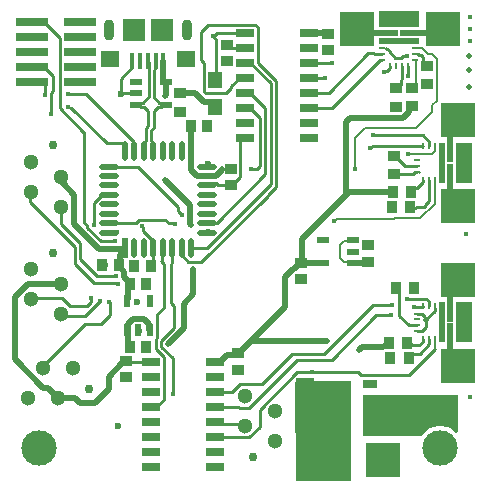
<source format=gbr>
%TF.GenerationSoftware,Altium Limited,Altium Designer,22.10.1 (41)*%
G04 Layer_Physical_Order=1*
G04 Layer_Color=255*
%FSLAX45Y45*%
%MOMM*%
%TF.SameCoordinates,8809E69D-4E27-4A4C-B9B4-EFB0CAEE90D1*%
%TF.FilePolarity,Positive*%
%TF.FileFunction,Copper,L1,Top,Signal*%
%TF.Part,Single*%
G01*
G75*
%TA.AperFunction,Conductor*%
%ADD10C,0.25400*%
%TA.AperFunction,ConnectorPad*%
%ADD11R,2.79000X0.74000*%
%TA.AperFunction,SMDPad,CuDef*%
%ADD12R,1.00000X0.88900*%
%ADD13R,1.27000X1.39700*%
%ADD14R,1.15000X0.70000*%
%ADD15R,1.00000X0.70000*%
%ADD16R,1.50000X4.70000*%
%ADD17R,3.10000X4.20000*%
%ADD18R,0.81000X0.99000*%
%TA.AperFunction,SMDPad,SMDef*%
%ADD19R,1.67500X0.50000*%
%ADD20R,0.60000X0.25000*%
%ADD21R,0.25000X0.60000*%
%ADD22R,3.50000X1.40000*%
%ADD23R,3.50000X0.50000*%
%ADD24R,0.50000X1.67500*%
%ADD25R,0.25000X0.60000*%
%ADD26R,1.40000X3.50000*%
%ADD27R,0.50000X3.50000*%
%ADD28R,0.60000X0.25000*%
%TA.AperFunction,SMDPad,CuDef*%
%ADD29R,3.00000X3.00000*%
%ADD30R,1.52500X0.65000*%
%ADD31R,1.01600X0.60000*%
%ADD32R,0.60000X1.01600*%
%ADD33R,0.99000X0.81000*%
%ADD34R,3.00000X3.00000*%
G04:AMPARAMS|DCode=35|XSize=0.52583mm|YSize=1.65524mm|CornerRadius=0.26292mm|HoleSize=0mm|Usage=FLASHONLY|Rotation=90.000|XOffset=0mm|YOffset=0mm|HoleType=Round|Shape=RoundedRectangle|*
%AMROUNDEDRECTD35*
21,1,0.52583,1.12941,0,0,90.0*
21,1,0.00000,1.65524,0,0,90.0*
1,1,0.52583,0.56470,0.00000*
1,1,0.52583,0.56470,0.00000*
1,1,0.52583,-0.56470,0.00000*
1,1,0.52583,-0.56470,0.00000*
%
%ADD35ROUNDEDRECTD35*%
G04:AMPARAMS|DCode=36|XSize=1.65524mm|YSize=0.52583mm|CornerRadius=0.26292mm|HoleSize=0mm|Usage=FLASHONLY|Rotation=90.000|XOffset=0mm|YOffset=0mm|HoleType=Round|Shape=RoundedRectangle|*
%AMROUNDEDRECTD36*
21,1,1.65524,0.00000,0,0,90.0*
21,1,1.12941,0.52583,0,0,90.0*
1,1,0.52583,0.00000,0.56470*
1,1,0.52583,0.00000,-0.56470*
1,1,0.52583,0.00000,-0.56470*
1,1,0.52583,0.00000,0.56470*
%
%ADD36ROUNDEDRECTD36*%
%ADD37R,0.52583X1.65524*%
%AMCUSTOMSHAPE38*
4,1,4,-1.50000,-1.50000,-1.50000,1.50000,1.50000,1.50000,1.50000,-1.50000,-1.50000,-1.50000,0.0*%
%ADD38CUSTOMSHAPE38*%

%ADD39R,0.88900X1.00000*%
%ADD40R,1.90000X1.90000*%
%TA.AperFunction,ConnectorPad*%
%ADD41R,1.60000X1.40000*%
%ADD42R,0.40000X1.35000*%
%TA.AperFunction,Conductor*%
%ADD43C,0.50000*%
%ADD44C,0.26000*%
%ADD45C,0.20000*%
%TA.AperFunction,ComponentPad*%
%ADD46C,1.30000*%
%ADD47C,0.75000*%
%TA.AperFunction,WasherPad*%
%ADD48C,3.00000*%
%TA.AperFunction,SMDPad,CuDef*%
%ADD49C,3.00000*%
%TA.AperFunction,ComponentPad*%
%ADD50O,0.90000X1.80000*%
%TA.AperFunction,ViaPad*%
%ADD51C,0.45000*%
%ADD52C,0.60000*%
%ADD53C,0.50000*%
G36*
X2942500Y20391D02*
X2480000D01*
Y430000D01*
X2475000D01*
Y860000D01*
X2480000Y865000D01*
X2942500D01*
Y20391D01*
D02*
G37*
G36*
X3850000Y436658D02*
X3837300Y431397D01*
X3821116Y447582D01*
X3789996Y468375D01*
X3755418Y482698D01*
X3718711Y489999D01*
X3681284D01*
X3644577Y482698D01*
X3609999Y468375D01*
X3578880Y447582D01*
X3552415Y421117D01*
X3538305Y400000D01*
X3050000D01*
Y750000D01*
X3850000D01*
Y436658D01*
D02*
G37*
D10*
X688233Y2939764D02*
G03*
X688492Y2973040I-333350J19237D01*
G01*
X1348100Y1217645D02*
X1445001Y1314546D01*
X1417452Y1528305D02*
X1445001Y1500756D01*
Y1314546D02*
Y1500756D01*
X2170498Y627668D02*
X2490330Y947500D01*
X3006918D01*
X3031718Y922700D01*
X3433331D01*
X350000Y3292500D02*
Y3375698D01*
X325700Y3399998D02*
X350000Y3375698D01*
X244500Y3399998D02*
X325700D01*
X407500Y3132500D02*
Y3306802D01*
X479298Y3182235D02*
Y3775700D01*
X688233Y2210603D02*
Y2939764D01*
X688493Y2973040D02*
Y2973041D01*
X479298Y3182235D02*
X688493Y2973041D01*
X244500Y3526998D02*
X347000D01*
X424099Y3449899D01*
Y3323401D02*
Y3449899D01*
X407500Y3306802D02*
X424099Y3323401D01*
X244500Y3907998D02*
X347000D01*
X479298Y3775700D01*
X946384Y2055000D02*
X947546Y2056162D01*
X824583Y2055000D02*
X946384D01*
X712338Y2167245D02*
X824583Y2055000D01*
X712338Y2167245D02*
Y2186498D01*
X688233Y2210603D02*
X712338Y2186498D01*
X547500Y3300000D02*
X699894D01*
X1727749Y2210155D02*
X1812655D01*
X2220402Y2617902D02*
Y3181030D01*
X1722547Y2204954D02*
X1727749Y2210155D01*
X1812655D02*
X2220402Y2617902D01*
X1039998Y1038001D02*
X1051001Y1026998D01*
X1250000D01*
X708805Y1504600D02*
X742498Y1538293D01*
Y1569074D01*
X746248Y1572824D01*
X653756Y1899738D02*
Y2039349D01*
X608356Y1861644D02*
X772002Y1697998D01*
X969998D01*
X230051Y2384779D02*
X608356Y2006474D01*
X795499Y1757996D02*
X953075D01*
X653756Y1899738D02*
X795499Y1757996D01*
X491999Y2201106D02*
Y2334001D01*
Y2201106D02*
X653756Y2039349D01*
X608356Y1861644D02*
Y2006474D01*
X230051Y2384779D02*
Y2468949D01*
X969998Y1689997D02*
Y1697998D01*
X903253Y1428250D02*
Y1536250D01*
X899502Y1540000D02*
X903253Y1536250D01*
X1850309Y2663002D02*
X1925000D01*
X2240178Y2438482D02*
Y2443525D01*
X1678640Y1876945D02*
X2240178Y2438482D01*
X1510000Y1932509D02*
X1565565Y1876945D01*
X1510000Y1932509D02*
Y1992406D01*
X1565565Y1876945D02*
X1678640D01*
X1590000Y1992406D02*
X1729897D01*
X2194778Y2457287D01*
Y2462331D01*
X2265802Y2533355D02*
Y3389630D01*
X2194778Y2462331D02*
X2265802Y2533355D01*
X2240178Y2443525D02*
X2311202Y2514549D01*
Y3408436D01*
X2155530Y3564108D02*
X2311202Y3408436D01*
X2155530Y3564108D02*
Y3865143D01*
X2136374Y3884300D02*
X2155530Y3865143D01*
X1734769Y3884300D02*
X2136374D01*
X1672300Y3821831D02*
X1734769Y3884300D01*
X1672300Y3586770D02*
Y3821831D01*
Y3586770D02*
X1696202Y3562868D01*
Y3327806D02*
Y3562868D01*
X1704650Y3319357D02*
X1714007Y3310000D01*
X1885995D01*
X1930039Y3354045D01*
Y3365307D01*
X2002831Y3438098D01*
X2046580D01*
X767537Y2190110D02*
Y2374939D01*
X837552Y2444953D01*
X897449D01*
X767537Y2190110D02*
X767540Y2190107D01*
X1337452Y1888790D02*
X1344799Y1896137D01*
Y1987205D01*
X1350001Y1992406D01*
X1337452Y1888790D02*
X1365001Y1861241D01*
Y1493317D02*
Y1861241D01*
X1302700Y1431016D02*
X1365001Y1493317D01*
X1302700Y1235655D02*
Y1431016D01*
X1291824Y1224779D02*
X1302700Y1235655D01*
X1291824Y1140169D02*
Y1224779D01*
Y1140169D02*
X1358950Y1073043D01*
Y711198D02*
Y1073043D01*
X1293750Y645998D02*
X1358950Y711198D01*
X1250000Y645998D02*
X1293750D01*
X1417452Y1858844D02*
X1430000Y1871392D01*
Y1992406D01*
X1417452Y1528305D02*
Y1858844D01*
X1348100Y1216850D02*
Y1217645D01*
X1337224Y1205974D02*
X1348100Y1216850D01*
X1337224Y1158977D02*
Y1205974D01*
Y1158977D02*
X1435000Y1061194D01*
Y757500D02*
Y1061194D01*
X2046580Y3565098D02*
X2090329D01*
X2265802Y3389630D01*
X1140049Y2684953D02*
X1482750Y2342251D01*
X897449Y2684953D02*
X1140049D01*
X1515374Y2271212D02*
Y2276516D01*
X1482750Y2309144D02*
X1515374Y2276516D01*
X1482750Y2309144D02*
Y2342251D01*
X1248003Y1840000D02*
X1270001Y1861997D01*
Y2052298D01*
X1109996Y2817500D02*
X1110437Y2817941D01*
Y2855534D01*
Y2889457D01*
X699894Y3300000D02*
X1110437Y2889457D01*
X1783998Y2527623D02*
X1801373Y2544999D01*
X1737585Y2527623D02*
X1783998D01*
X1821373Y2524999D02*
X1925000D01*
X1801373Y2544999D02*
X1821373Y2524999D01*
X2046580Y3311098D02*
X2090329D01*
X2220402Y3181030D01*
X1004890Y2881315D02*
X1007034Y2879172D01*
X1017439D01*
X1029996Y2866615D01*
Y2817500D02*
Y2866615D01*
X879206Y2881315D02*
X1004890D01*
X570200Y3179800D02*
X879206Y2881315D01*
X549998Y3189600D02*
X570200Y3179800D01*
X1122891Y2204954D02*
X1153138Y2235201D01*
X897449Y2204954D02*
X1122891D01*
X1153138Y2235201D02*
X1371300D01*
X1451051Y2203750D02*
X1454800Y2200001D01*
X1402751Y2203750D02*
X1451051D01*
X1371300Y2235201D02*
X1402751Y2203750D01*
X1182716Y2139583D02*
Y2176250D01*
Y2139583D02*
X1270001Y2052298D01*
X1178966Y2180001D02*
X1182716Y2176250D01*
X1800001Y3421102D02*
Y3764695D01*
X1795000Y3416100D02*
X1800001Y3421102D01*
X1780000Y3784696D02*
Y3790000D01*
Y3784696D02*
X1800001Y3764695D01*
X333500Y992000D02*
X691959Y1350459D01*
X333500Y982500D02*
Y992000D01*
X825461Y1350459D02*
X903253Y1428250D01*
X691959Y1350459D02*
X825461D01*
X2488167Y1050000D02*
X2780001D01*
X3155001Y1425001D02*
X3285002D01*
X2780001Y1050000D02*
X3155001Y1425001D01*
X2445743Y1095400D02*
X2712900D01*
X3128843Y1512781D02*
X3294718D01*
X2712900Y1095400D02*
X2842500Y1225000D01*
Y1226437D02*
X3128843Y1512781D01*
X2842500Y1225000D02*
Y1226437D01*
X2191542Y841200D02*
X2445743Y1095400D01*
X2079967Y641800D02*
X2488167Y1050000D01*
X506000Y1420000D02*
X692299D01*
X819799Y1547500D01*
X490000Y1436000D02*
X506000Y1420000D01*
X3555200Y3569190D02*
Y3581570D01*
X3586950Y3537440D02*
X3592500D01*
X3555200Y3569190D02*
X3586950Y3537440D01*
X3552701Y3584069D02*
X3555200Y3581570D01*
X3552701Y3584069D02*
Y3613546D01*
X3533545Y3632701D02*
X3552701Y3613546D01*
X3519620Y3632701D02*
X3533545D01*
X3515023Y3637299D02*
X3519620Y3632701D01*
X3507301Y3637299D02*
X3515023D01*
X1792402Y772998D02*
X1934828D01*
X2003030Y841200D01*
X2191542D01*
X2170498Y478331D02*
Y627668D01*
X1998032Y641800D02*
X2079967D01*
X1807748Y503652D02*
X2029346D01*
X2043498Y489500D01*
X1792402Y518998D02*
X1807748Y503652D01*
X3420000Y1190000D02*
X3421651Y1188349D01*
X3442442D01*
X3557499Y1203228D02*
Y1224839D01*
X3524270Y1170000D02*
X3557499Y1203228D01*
X3460791Y1170000D02*
X3524270D01*
X3442442Y1188349D02*
X3460791Y1170000D01*
X3275000Y3517899D02*
Y3534999D01*
X3250107Y3493006D02*
X3275000Y3517899D01*
X3141899Y3637702D02*
X3209798D01*
X3088416Y3642502D02*
X3137098D01*
X3141899Y3637702D01*
X3174558Y3569157D02*
X3192902Y3587501D01*
X2784500Y3184098D02*
X3169559Y3569157D01*
X3174558D01*
X3375000Y3426890D02*
Y3534999D01*
X3425002Y3460501D02*
Y3534999D01*
X3209798Y3637702D02*
X3210001Y3637498D01*
X3192902Y3587501D02*
X3210001D01*
X3425002Y3460501D02*
X3430200Y3455304D01*
Y3450000D02*
Y3455304D01*
X3367300Y3419190D02*
X3375000Y3426890D01*
X3367300Y3379190D02*
Y3419190D01*
X3335550Y3347440D02*
X3367300Y3379190D01*
X3330000Y3347440D02*
X3335550D01*
X2588981Y3184098D02*
X2784500D01*
X2757018Y3311098D02*
X3088416Y3642502D01*
X2588981Y3311098D02*
X2757018D01*
X3228006Y3493006D02*
X3250107D01*
X3224256Y3489256D02*
X3228006Y3493006D01*
X3717501Y1235003D02*
Y1340000D01*
X3354309Y1422430D02*
X3436899Y1339840D01*
X3354309Y1422430D02*
Y1623248D01*
X3900000Y1220000D02*
Y1260000D01*
X3543942Y1290037D02*
X3578591Y1324686D01*
Y1382541D01*
X3568638Y1392493D02*
X3578591Y1382541D01*
X3568844Y1392699D02*
X3575089D01*
X3568638Y1392493D02*
X3568844Y1392699D01*
X3575089D02*
X3580002Y1387786D01*
X3607301Y1180402D02*
Y1224639D01*
X3526699Y1099800D02*
X3607301Y1180402D01*
X3717498Y1422502D02*
X3717501Y1422498D01*
Y1420000D02*
Y1422498D01*
X3428990Y1567541D02*
X3583544D01*
X3419998Y1562501D02*
X3423950D01*
X3428990Y1567541D01*
X3583330Y1391115D02*
X3657299Y1465083D01*
X3436899Y1339840D02*
X3505002D01*
Y1289837D02*
X3505202Y1290037D01*
X3543942D01*
X3607301Y1224639D02*
X3607501Y1224839D01*
X3583544Y1567541D02*
X3607303Y1543782D01*
Y1505041D02*
Y1543782D01*
Y1505041D02*
X3607501Y1504838D01*
X3475000Y1495000D02*
X3478750Y1498750D01*
X3557299D01*
X3557499Y1498950D01*
Y1504838D01*
X3657299Y1465083D02*
Y1487538D01*
X3575295Y1399150D02*
Y1408289D01*
X3543944Y1439640D02*
X3575295Y1408289D01*
X3505202Y1439640D02*
X3543944D01*
X3505002Y1439840D02*
X3505202Y1439640D01*
X3712499Y1230000D02*
X3717501Y1235003D01*
X3717498Y1422502D02*
Y1507498D01*
X3717501Y1507501D02*
Y1510000D01*
X3717498Y1507498D02*
X3717501Y1507501D01*
X3464189Y1099800D02*
X3526699D01*
X3432439Y1068050D02*
X3464189Y1099800D01*
X3432439Y1062502D02*
Y1068050D01*
X3322559Y1654998D02*
X3354309Y1623248D01*
X3785001Y2415002D02*
X3850000Y2349998D01*
X3587994Y2377298D02*
X3607501Y2396805D01*
Y2574839D01*
X3581751Y2377298D02*
X3587994D01*
X246000Y1573000D02*
X501169D01*
X236000Y1563000D02*
X246000Y1573000D01*
X569568Y1504600D02*
X708805D01*
X501169Y1573000D02*
X569568Y1504600D01*
X1780000Y3790000D02*
X1785304D01*
X1814402Y3819098D01*
X2046580D01*
X1896949Y3715108D02*
X1919958Y3692098D01*
X2046580D01*
X2588981Y3565098D02*
X2770947D01*
X2066381Y3164302D02*
X2110699D01*
X2046580Y3184098D02*
X2066381Y3164302D01*
X2110699D02*
X2175002Y3099999D01*
X2588981Y3438098D02*
X2590531Y3436549D01*
X2723250D01*
X2724799Y3434999D01*
X2027001Y2930098D02*
X2046580D01*
X2007199Y2598202D02*
Y2910302D01*
X2027001Y2930098D01*
X1934002Y2524999D02*
X2007199Y2598202D01*
X1925000Y2524999D02*
X1934002D01*
X2102500Y2660000D02*
X2106250Y2663750D01*
X2147592D01*
X2175002Y2691160D01*
Y3099999D01*
X2776047Y3559998D02*
X2780000D01*
X2770947Y3565098D02*
X2776047Y3559998D01*
X1889999Y3570154D02*
X1896949Y3577104D01*
X1792402Y645998D02*
X1993833D01*
X1998032Y641800D01*
X2083967Y391800D02*
X2170498Y478331D01*
X3122723Y2854919D02*
X3557299D01*
X3112804Y2845000D02*
X3122723Y2854919D01*
X3107500Y2845000D02*
X3112804D01*
X3129519Y2950481D02*
X3550600D01*
X3127500Y2952500D02*
X3129519Y2950481D01*
X3403153Y2689840D02*
X3505002D01*
X3487898Y2639837D02*
X3505002D01*
X3310001Y2622499D02*
X3470559D01*
X3315548Y2777439D02*
X3403153Y2689840D01*
X3310001Y2777439D02*
X3315548D01*
X3470559Y2622499D02*
X3487898Y2639837D01*
X3550600Y2950481D02*
X3607301Y2893780D01*
Y2855038D02*
Y2893780D01*
X3689999Y3814999D02*
X3725000Y3850000D01*
X3414769Y3622269D02*
X3417501Y3625000D01*
X3370363Y3607301D02*
X3385331Y3622269D01*
X3414769D01*
X3319029Y3607301D02*
X3370363D01*
X2999999Y3850000D02*
X3035000Y3814999D01*
X3496691Y2339802D02*
X3562264D01*
X3581751Y2359284D02*
Y2377298D01*
X3562264Y2339802D02*
X3581751Y2359284D01*
X3494192Y2337298D02*
X3496691Y2339802D01*
X3447500Y2345000D02*
X3463475Y2329025D01*
X3471748Y2337298D01*
X3494192D01*
X3433331Y922700D02*
X3652901Y1142269D01*
X1970059Y391800D02*
X2083967D01*
X1969860Y391998D02*
X1970059Y391800D01*
X1792402Y391998D02*
X1969860D01*
X3523693Y2640037D02*
X3523697Y2640040D01*
X3522302Y2640037D02*
X3523693D01*
X3243632Y3682699D02*
X3253546D01*
X3272701Y3653629D02*
X3319029Y3607301D01*
X3272701Y3653629D02*
Y3663543D01*
X3239027Y3687303D02*
X3243632Y3682699D01*
X3253546D02*
X3272701Y3663543D01*
X3607301Y2855038D02*
X3607501Y2854838D01*
X3785001Y1065002D02*
X3850000Y999998D01*
X3785001Y1660002D02*
X3847501Y1722501D01*
X997499Y3430001D02*
X1094999Y3527501D01*
X997499Y3302498D02*
Y3430001D01*
X1094999Y3527501D02*
Y3574999D01*
X998748Y3303753D02*
X1123752D01*
X1125002Y3305002D01*
X997499Y3302498D02*
X998748Y3303753D01*
X3507059Y2507300D02*
X3557499Y2557739D01*
Y2574839D01*
X3484250Y2507300D02*
X3507059D01*
X3452500Y2475550D02*
X3484250Y2507300D01*
X3785001Y3010002D02*
X3850000Y3075000D01*
X3452500Y2469998D02*
Y2475550D01*
D11*
X651500Y3526998D02*
D03*
Y3780998D02*
D03*
Y3907998D02*
D03*
Y3653998D02*
D03*
Y3399998D02*
D03*
X244500Y3526998D02*
D03*
Y3780998D02*
D03*
Y3907998D02*
D03*
Y3653998D02*
D03*
Y3399998D02*
D03*
D12*
X1500000Y3150000D02*
D03*
Y3304940D02*
D03*
X3592500Y3382500D02*
D03*
Y3537440D02*
D03*
X3465000Y3195060D02*
D03*
Y3350000D02*
D03*
X3330000Y3192500D02*
D03*
Y3347440D02*
D03*
X3310001Y2777439D02*
D03*
Y2622499D02*
D03*
D13*
X1795000Y3416100D02*
D03*
Y3187500D02*
D03*
D14*
X3102498Y464500D02*
D03*
Y591500D02*
D03*
Y845500D02*
D03*
D15*
Y718500D02*
D03*
D16*
X2555001Y655000D02*
D03*
D17*
X2784998D02*
D03*
D18*
X1212998Y1157500D02*
D03*
X1075000D02*
D03*
X1210000Y1690000D02*
D03*
X1072002D02*
D03*
X1110000Y1840000D02*
D03*
X1248003D02*
D03*
X977742Y1849996D02*
D03*
X839743D02*
D03*
X1590000Y3030000D02*
D03*
X1727998D02*
D03*
D19*
X3441248Y3814999D02*
D03*
X3258749D02*
D03*
D20*
X3490001Y3637498D02*
D03*
Y3587501D02*
D03*
Y3687501D02*
D03*
X3210001D02*
D03*
Y3587501D02*
D03*
Y3637498D02*
D03*
D21*
X3425002Y3534999D02*
D03*
X3275000D02*
D03*
X3375000D02*
D03*
X3325002D02*
D03*
D22*
X3350001Y3930000D02*
D03*
D23*
Y3745001D02*
D03*
D24*
X3785001Y1456091D02*
D03*
Y1273592D02*
D03*
Y2623591D02*
D03*
Y2806090D02*
D03*
D25*
X3657498Y1504838D02*
D03*
X3607501D02*
D03*
X3657498Y1224839D02*
D03*
X3607501D02*
D03*
X3557499Y1504838D02*
D03*
Y1224839D02*
D03*
Y2574839D02*
D03*
X3607501D02*
D03*
X3657498D02*
D03*
Y2854838D02*
D03*
X3607501D02*
D03*
X3557499D02*
D03*
D26*
X3900002Y1364839D02*
D03*
Y2714838D02*
D03*
D27*
X3714999Y1364839D02*
D03*
Y2714838D02*
D03*
D28*
X3505002Y1439840D02*
D03*
Y1339840D02*
D03*
Y1389837D02*
D03*
Y1289837D02*
D03*
Y2789839D02*
D03*
Y2739842D02*
D03*
Y2689840D02*
D03*
Y2639837D02*
D03*
D29*
X3850000Y2349998D02*
D03*
X3847501Y1722501D02*
D03*
X3850000Y999998D02*
D03*
Y3075000D02*
D03*
D30*
X2588981Y3692098D02*
D03*
Y3565098D02*
D03*
Y3819098D02*
D03*
Y3311098D02*
D03*
Y3438098D02*
D03*
Y3184098D02*
D03*
Y2930098D02*
D03*
Y3057098D02*
D03*
X2046580Y3311098D02*
D03*
Y3438098D02*
D03*
Y3819098D02*
D03*
Y3565098D02*
D03*
Y3692098D02*
D03*
Y2930098D02*
D03*
Y3057098D02*
D03*
Y3184098D02*
D03*
X1250000Y391998D02*
D03*
Y264998D02*
D03*
Y137998D02*
D03*
Y899998D02*
D03*
Y772998D02*
D03*
Y1026998D02*
D03*
Y645998D02*
D03*
Y518998D02*
D03*
X1792402Y264998D02*
D03*
Y137998D02*
D03*
Y391998D02*
D03*
Y645998D02*
D03*
Y518998D02*
D03*
Y1026998D02*
D03*
Y772998D02*
D03*
Y899998D02*
D03*
D31*
X2710000Y1870000D02*
D03*
Y2060000D02*
D03*
X2960000D02*
D03*
Y1965000D02*
D03*
Y1870000D02*
D03*
X1125002Y3399998D02*
D03*
Y3305002D02*
D03*
Y3210001D02*
D03*
X1374999D02*
D03*
Y3399998D02*
D03*
D32*
X1050000Y1550000D02*
D03*
X1240000D02*
D03*
Y1300000D02*
D03*
X1145000D02*
D03*
X1050000D02*
D03*
D33*
X2750000Y3810000D02*
D03*
Y3671997D02*
D03*
X1985000Y1102500D02*
D03*
Y964497D02*
D03*
X1896949Y3577104D02*
D03*
Y3715108D02*
D03*
X3090000Y2017998D02*
D03*
Y1880000D02*
D03*
X1925000Y2663002D02*
D03*
Y2524999D02*
D03*
X2520000Y1868003D02*
D03*
Y1730000D02*
D03*
X1039998Y1038001D02*
D03*
Y899998D02*
D03*
D34*
X2999999Y3850000D02*
D03*
X3725000D02*
D03*
X3215000Y200000D02*
D03*
D35*
X897449Y2124954D02*
D03*
Y2204954D02*
D03*
Y2284954D02*
D03*
Y2364953D02*
D03*
Y2444953D02*
D03*
Y2524953D02*
D03*
Y2604953D02*
D03*
Y2684953D02*
D03*
X1722547D02*
D03*
Y2604953D02*
D03*
Y2524953D02*
D03*
Y2444953D02*
D03*
Y2364953D02*
D03*
Y2284954D02*
D03*
Y2204954D02*
D03*
Y2124954D02*
D03*
D36*
X1029996Y2817500D02*
D03*
X1109996D02*
D03*
X1189996D02*
D03*
X1270001D02*
D03*
X1350001D02*
D03*
X1430000D02*
D03*
X1510000D02*
D03*
X1590000D02*
D03*
Y1992406D02*
D03*
X1510000D02*
D03*
X1430000D02*
D03*
X1350001D02*
D03*
X1270001D02*
D03*
X1189996D02*
D03*
X1109996D02*
D03*
D37*
X1029996D02*
D03*
D38*
X2742499Y200000D02*
D03*
D39*
X3420000Y1190000D02*
D03*
X3265060D02*
D03*
X3432439Y1062502D02*
D03*
X3277499D02*
D03*
X3477499Y1654998D02*
D03*
X3322559D02*
D03*
X3292560Y2345000D02*
D03*
X3447500D02*
D03*
X3452500Y2469998D02*
D03*
X3297560D02*
D03*
D40*
X1105002Y3842502D02*
D03*
X1345001D02*
D03*
D41*
X905002Y3597499D02*
D03*
X1545001D02*
D03*
D42*
X1094999Y3574999D02*
D03*
X1159998D02*
D03*
X1225001D02*
D03*
X1290000D02*
D03*
X1354999D02*
D03*
D43*
X1994000Y1102500D02*
X2385000Y1493500D01*
Y1748640D01*
X2453508Y1817148D01*
X1394927Y1182872D02*
X1527500Y1315445D01*
X1607500Y1602500D02*
Y1819245D01*
X1527500Y1315445D02*
Y1522500D01*
X1607500Y1602500D01*
X810483Y1987500D02*
X950459D01*
X1028705Y1991115D02*
X1029996Y1992406D01*
X603238Y2194745D02*
X810483Y1987500D01*
X950459D02*
X950560Y1987600D01*
X1028705D02*
Y1991115D01*
X1029996Y1945787D02*
Y1988892D01*
X950560Y1987600D02*
X1028705D01*
X603238Y2194745D02*
Y2446762D01*
X340001Y810000D02*
X379000D01*
X460500Y728500D01*
X96500Y1053500D02*
X340001Y810000D01*
X96500Y1053500D02*
Y1577064D01*
X460500Y728500D02*
X606677D01*
X977742Y1840996D02*
X1024500Y1794237D01*
X977742Y1840996D02*
Y1849996D01*
X1072002Y1690000D02*
Y1699000D01*
X1024500Y1746502D02*
X1072002Y1699000D01*
X1024500Y1746502D02*
Y1794237D01*
X1056502Y1674500D02*
X1072002Y1690000D01*
X1055000Y1615000D02*
X1056502Y1616502D01*
X1055000Y1567496D02*
Y1615000D01*
X1056502Y1616502D02*
Y1674500D01*
X893034Y906674D02*
X1008862Y1022501D01*
X1024498D02*
X1039998Y1038001D01*
X1008862Y1022501D02*
X1024498D01*
X893034Y798328D02*
Y906674D01*
X777205Y682500D02*
X893034Y798328D01*
X652677Y682500D02*
X777205D01*
X606677Y728500D02*
X652677Y682500D01*
X96500Y1577064D02*
X209436Y1690000D01*
X491999D01*
X1589289Y2842639D02*
X1590000D01*
Y3030000D01*
X1590470Y2659738D02*
Y2841458D01*
Y2659738D02*
X1644762Y2605447D01*
X1722053D01*
X1722547Y2604953D01*
X1723042Y2605447D02*
X1800333D01*
X1850309Y2655423D02*
Y2663002D01*
X1722547Y2604953D02*
X1723042Y2605447D01*
X1800333D02*
X1850309Y2655423D01*
X1782646Y3232350D02*
X1815536Y3199460D01*
X1625000Y3304940D02*
X1697590Y3232350D01*
X1782646D01*
X1500000Y3304940D02*
X1625000D01*
X993242Y1936779D02*
X1000958Y1944495D01*
X1028705D01*
X1029996Y1945787D01*
X993242Y1865496D02*
Y1936779D01*
X977742Y1849996D02*
X993242Y1865496D01*
X507307Y2542693D02*
X603238Y2446762D01*
X507307Y2542693D02*
Y2584693D01*
X491999Y2600000D02*
X507307Y2584693D01*
X2125594Y1207500D02*
X2742500D01*
X1075000Y1157500D02*
Y1164000D01*
X1055000Y1184000D02*
X1075000Y1164000D01*
X1055000Y1184000D02*
Y1295000D01*
X1050000Y1300000D02*
X1055000Y1295000D01*
X1985000Y1102500D02*
X1994000D01*
X1969500Y1087000D02*
X1985000Y1102500D01*
X1896153Y1087000D02*
X1969500D01*
X1836152Y1026998D02*
X1896153Y1087000D01*
X1792402Y1026998D02*
X1836152D01*
X3010257Y1135202D02*
X3035058Y1160003D01*
X3035000Y3814999D02*
X3258749D01*
X3441248D02*
X3689999D01*
X3785002Y1065002D02*
Y1229352D01*
X3785001Y1065002D02*
X3785002Y1065002D01*
X3785001Y1456091D02*
Y1660002D01*
Y1229352D02*
X3785002Y1229352D01*
X3785001Y1229352D02*
Y1273592D01*
Y2415002D02*
Y2623591D01*
X2635682Y3819098D02*
X2640231Y3814549D01*
X2588981Y3819098D02*
X2635682D01*
X2640231Y3814549D02*
X2745451D01*
X2750000Y3810000D01*
X1235000Y1305000D02*
Y1354439D01*
X1193639Y1395800D02*
X1235000Y1354439D01*
X1096361Y1395800D02*
X1193639D01*
X1055000Y1354439D02*
X1096361Y1395800D01*
X1055000Y1305000D02*
Y1354439D01*
X1235000Y1305000D02*
X1240000Y1300000D01*
X3090000Y1880000D02*
X3100876Y1890876D01*
X2960000Y1870000D02*
X3080000D01*
X2460145Y1817148D02*
X2511000Y1868003D01*
X2520000D01*
X2453508Y1817148D02*
X2460145D01*
X1050000Y1300000D02*
X1055000Y1305000D01*
X2520999Y1869002D02*
X2530000Y1878003D01*
X2520999Y1869002D02*
X2709002D01*
X2710000Y1870000D01*
X2520000Y1868003D02*
X2520999Y1869002D01*
X2530000Y1878003D02*
Y2075000D01*
X2924998Y2469998D01*
X3025000Y3092500D02*
X3388089D01*
X2934290D02*
X3025000D01*
X3388089D02*
X3440000Y3144410D01*
X2905000Y2457500D02*
Y3063211D01*
X2934290Y3092500D01*
X3440000Y3144410D02*
Y3175610D01*
X3459450Y3195060D01*
X3465000D01*
X2924998Y2469998D02*
X3297560D01*
X1370000Y3285002D02*
X1374999Y3290001D01*
Y3399998D01*
X1582237Y2201454D02*
X1594185Y2189505D01*
X1582237Y2280473D02*
Y2357760D01*
X1370000Y2570002D02*
X1582237Y2357760D01*
X1582877Y2260168D02*
Y2279833D01*
X1582237Y2280473D02*
X1582877Y2279833D01*
X1582237Y2201454D02*
Y2259533D01*
X1582877Y2260168D01*
X3035058Y1160003D02*
X3216317D01*
X3265060Y1184453D02*
Y1190000D01*
X3216317Y1160003D02*
X3221316Y1165001D01*
X3245609D02*
X3265060Y1184453D01*
X3221316Y1165001D02*
X3245609D01*
X3785001Y2806090D02*
Y3010002D01*
X1354999Y3405002D02*
Y3574999D01*
Y3405002D02*
X1360002Y3399998D01*
X1374999D01*
D44*
X1227000Y3032251D02*
Y3155500D01*
X1189499Y3193001D02*
X1227000Y3155500D01*
X1145802Y3210001D02*
X1162802Y3193001D01*
X1189499D01*
X1125002Y3210001D02*
X1152019D01*
X1145802D02*
X1162802Y3227001D01*
X1273000Y3013198D02*
Y3153000D01*
X1313001Y3193001D02*
X1337198D01*
X1273000Y3153000D02*
X1313001Y3193001D01*
X1357999Y3227001D02*
X1374999Y3210001D01*
X1337198Y3193001D02*
X1357999Y3213801D01*
X1280501Y3269499D02*
Y3505269D01*
X1322999Y3227001D02*
X1357999D01*
X1280501Y3269499D02*
X1322999Y3227001D01*
X1182001D02*
X1234501Y3279501D01*
Y3505269D01*
X1225001Y3574999D02*
X1232001Y3567999D01*
Y3507768D02*
Y3567999D01*
X1206998Y2898166D02*
Y3012250D01*
X1227000Y3032251D01*
X1283000Y3507768D02*
Y3567999D01*
X1270001Y2817500D02*
Y2881164D01*
X1280501Y3505269D02*
X1283000Y3507768D01*
X1252998Y2898166D02*
X1270001Y2881164D01*
X1283000Y3567999D02*
X1290000Y3574999D01*
X1252998Y2993196D02*
X1273000Y3013198D01*
X1252998Y2898166D02*
Y2993196D01*
X1232001Y3507768D02*
X1234501Y3505269D01*
X1189996Y2817500D02*
Y2881164D01*
X1206998Y2898166D01*
X1162802Y3227001D02*
X1182001D01*
D45*
X3547573Y3685001D02*
X3592916Y3639658D01*
X3627158D01*
X3672500Y3594316D01*
Y3242500D02*
Y3594316D01*
X3633408Y3203408D02*
X3672500Y3242500D01*
X3492501Y3685001D02*
X3547573D01*
X3495168Y3380168D02*
Y3585001D01*
X3490001Y3587501D02*
X3492668D01*
X3495168Y3585001D01*
X3490001Y3687501D02*
X3492501Y3685001D01*
X3465000Y3350000D02*
X3495168Y3380168D01*
X3633408Y3149092D02*
Y3203408D01*
X3496816Y3012500D02*
X3633408Y3149092D01*
X3060000Y3012500D02*
X3496816D01*
X2975000Y2927500D02*
X3060000Y3012500D01*
X2975000Y2662500D02*
Y2927500D01*
X3657498Y1146867D02*
Y1224839D01*
X3652901Y1142269D02*
X3657498Y1146867D01*
X3532371Y2245699D02*
X3657299Y2370627D01*
Y2574639D01*
X3080000Y1870000D02*
X3090000Y1880000D01*
X2884347Y1875000D02*
X2949200D01*
X2849200Y1910148D02*
X2884347Y1875000D01*
X2849200Y1910148D02*
Y2019853D01*
X2884347Y2055000D02*
X2955000D01*
X2960000Y2060000D01*
X2849200Y2019853D02*
X2884347Y2055000D01*
X3430080Y2789920D02*
X3504922D01*
X3505002Y2789839D02*
X3505162Y2790000D01*
X3627589D01*
X3654998Y2817409D01*
X3504922Y2789920D02*
X3505002Y2789839D01*
X3430000Y2790000D02*
X3430080Y2789920D01*
X3654998Y2852338D02*
X3657498Y2854838D01*
X3654998Y2817409D02*
Y2852338D01*
X2802500Y2222500D02*
X2803979D01*
X2824679Y2243200D01*
X3308958D01*
X3311457Y2245699D01*
X3532371D01*
X3657299Y2574639D02*
X3657498Y2574839D01*
D46*
X2297498Y616500D02*
D03*
Y362500D02*
D03*
X2043498Y743500D02*
D03*
Y489500D02*
D03*
X491999Y2600000D02*
D03*
X237999Y2727000D02*
D03*
Y2473000D02*
D03*
X491999Y2346000D02*
D03*
X587500Y982500D02*
D03*
X333500D02*
D03*
X206500Y728500D02*
D03*
X460500D02*
D03*
X237999Y1817000D02*
D03*
X491999Y1690000D02*
D03*
X237999Y1563000D02*
D03*
X491999Y1436000D02*
D03*
D47*
X2117498Y222500D02*
D03*
X417999Y2867000D02*
D03*
X727500Y802500D02*
D03*
X417999Y1957000D02*
D03*
D48*
X299999Y299999D02*
D03*
X3699998D02*
D03*
D49*
X299999D02*
D03*
D50*
X894999Y3842502D02*
D03*
X1554998D02*
D03*
D51*
X2617500Y947500D02*
D03*
X2750000Y3810000D02*
D03*
X2975000Y2662500D02*
D03*
X3025000Y3092500D02*
D03*
X2802500Y2222500D02*
D03*
X651500Y3399998D02*
D03*
X547500Y3300000D02*
D03*
X947546Y2056162D02*
D03*
X960000Y2127500D02*
D03*
X746248Y1572824D02*
D03*
X953075Y1757996D02*
D03*
X899502Y1540000D02*
D03*
X1607500Y1819245D02*
D03*
X1510000Y2780000D02*
D03*
X1589289Y2842639D02*
D03*
X1500000Y3150000D02*
D03*
X1420069Y2842639D02*
D03*
X912545Y2375116D02*
D03*
Y2295112D02*
D03*
Y2535124D02*
D03*
X1737585Y2135104D02*
D03*
X2742500Y1207500D02*
D03*
X1515374Y2271212D02*
D03*
X1178966Y2180001D02*
D03*
X3590000Y3380000D02*
D03*
X3010257Y1135202D02*
D03*
X3215000Y300000D02*
D03*
X3115000D02*
D03*
X3315000Y200000D02*
D03*
X3315000Y300465D02*
D03*
X3315000Y100000D02*
D03*
X3115000D02*
D03*
X3215000Y200000D02*
D03*
X3115000D02*
D03*
X3215000Y100000D02*
D03*
X3105713Y536000D02*
D03*
Y613500D02*
D03*
Y697500D02*
D03*
Y463500D02*
D03*
X3206785Y602500D02*
D03*
Y697500D02*
D03*
Y527500D02*
D03*
Y452500D02*
D03*
X3307857Y455000D02*
D03*
Y605000D02*
D03*
Y527500D02*
D03*
Y697500D02*
D03*
X3408928D02*
D03*
Y467500D02*
D03*
Y542500D02*
D03*
X3510000Y467500D02*
D03*
Y540000D02*
D03*
Y697500D02*
D03*
X3611072Y547500D02*
D03*
Y697500D02*
D03*
X3712143Y622500D02*
D03*
Y697500D02*
D03*
X3813215Y622500D02*
D03*
Y697500D02*
D03*
X3611072Y617500D02*
D03*
X3510000D02*
D03*
X3408928D02*
D03*
X3287502Y3745001D02*
D03*
X3205002D02*
D03*
X3479998Y3747501D02*
D03*
X3372500Y3745001D02*
D03*
X3712499Y1323333D02*
D03*
Y1230000D02*
D03*
Y1510000D02*
D03*
Y1416667D02*
D03*
X3475000Y1495000D02*
D03*
X3419998Y1562501D02*
D03*
X3430200Y3450000D02*
D03*
X549998Y3189600D02*
D03*
X1780000Y3790000D02*
D03*
X969998Y1689997D02*
D03*
X1727998Y3030000D02*
D03*
X1454800Y2200001D02*
D03*
X1240000Y1300000D02*
D03*
X3902500Y1406666D02*
D03*
Y1313333D02*
D03*
Y1220000D02*
D03*
X3920000Y2570000D02*
D03*
Y2763333D02*
D03*
Y2860000D02*
D03*
Y2666666D02*
D03*
X3712999Y2610000D02*
D03*
Y2689168D02*
D03*
X3920000Y2110000D02*
D03*
X3090000Y1880000D02*
D03*
X1394927Y1182872D02*
D03*
X2520000Y1730000D02*
D03*
X3430000Y2790000D02*
D03*
X3950000Y3950000D02*
D03*
Y3850000D02*
D03*
Y3750000D02*
D03*
X3955000Y730000D02*
D03*
X3330000Y3192500D02*
D03*
X3107500Y2845000D02*
D03*
X3127500Y2952500D02*
D03*
X2724799Y3434999D02*
D03*
X3417501Y3625000D02*
D03*
X3224256Y3489256D02*
D03*
X1435000Y757500D02*
D03*
X2102500Y2660000D02*
D03*
X767540Y2190107D02*
D03*
X3902500Y1499999D02*
D03*
X3294718Y1512781D02*
D03*
X1370000Y3285002D02*
D03*
X407500Y3132500D02*
D03*
X350000Y3292500D02*
D03*
X1594185Y2189505D02*
D03*
X819799Y1547500D02*
D03*
X3712999Y2768335D02*
D03*
X3457499Y3932499D02*
D03*
X3350001D02*
D03*
X3239999D02*
D03*
X2588981Y3692098D02*
D03*
Y2930098D02*
D03*
X1792402Y899998D02*
D03*
Y137998D02*
D03*
X3285002Y1425001D02*
D03*
X3712999Y2847503D02*
D03*
X2780000Y3559998D02*
D03*
X1370000Y2570002D02*
D03*
X1250000Y772998D02*
D03*
Y518998D02*
D03*
Y391998D02*
D03*
D52*
X567502Y3657498D02*
D03*
X722498D02*
D03*
X1737585Y2527623D02*
D03*
X1815536Y3199460D02*
D03*
X1210000Y1162500D02*
D03*
X1147500Y1295000D02*
D03*
X972002Y490002D02*
D03*
X1896949Y3577104D02*
D03*
X1210000Y1690000D02*
D03*
X1130000Y1540000D02*
D03*
X861830Y1849996D02*
D03*
X1110000Y1840000D02*
D03*
X3090000Y2017998D02*
D03*
X1985000Y964497D02*
D03*
X1250000Y899998D02*
D03*
X1039998D02*
D03*
X2046580Y3692098D02*
D03*
X722498Y3907500D02*
D03*
X572501D02*
D03*
X715000Y3530001D02*
D03*
X572501Y3527501D02*
D03*
X997499Y3302498D02*
D03*
X1737584Y2707630D02*
D03*
X3277499Y1062502D02*
D03*
X3102498Y845500D02*
D03*
X2750000Y3671997D02*
D03*
X1250000Y137998D02*
D03*
D53*
X3947500Y3499998D02*
D03*
Y3619998D02*
D03*
X3290000Y2340000D02*
D03*
X2960000Y1965000D02*
D03*
X3580002Y1387786D02*
D03*
X3947500Y3359998D02*
D03*
X3477499Y1654998D02*
D03*
X3310001Y2622499D02*
D03*
%TF.MD5,c16f200b79a71549d8398a04a41fb762*%
M02*

</source>
